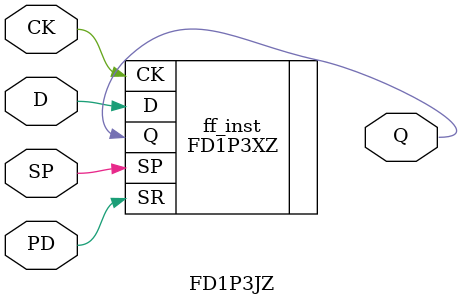
<source format=v>
`timescale 1ns/1ns
module FD1P3JZ(D, CK, SP, PD, Q); // synthesis syn_black_box
    (* \desc = "data in" *)
    input D;
    (* \desc = "clock" *)
    input CK;
    (* \desc = "clock enable, active high" *)
    input SP;
    (* \desc = "preset, active high" *)
    input PD;
    (* \desc = "data out" *)
    output Q;

    FD1P3XZ ff_inst(.D(D), .SP(SP), .SR(PD), .CK(CK), .Q(Q));

    defparam ff_inst.REGSET = "SET";
    defparam ff_inst.SRMODE = "CE_OVER_LSR";
endmodule

</source>
